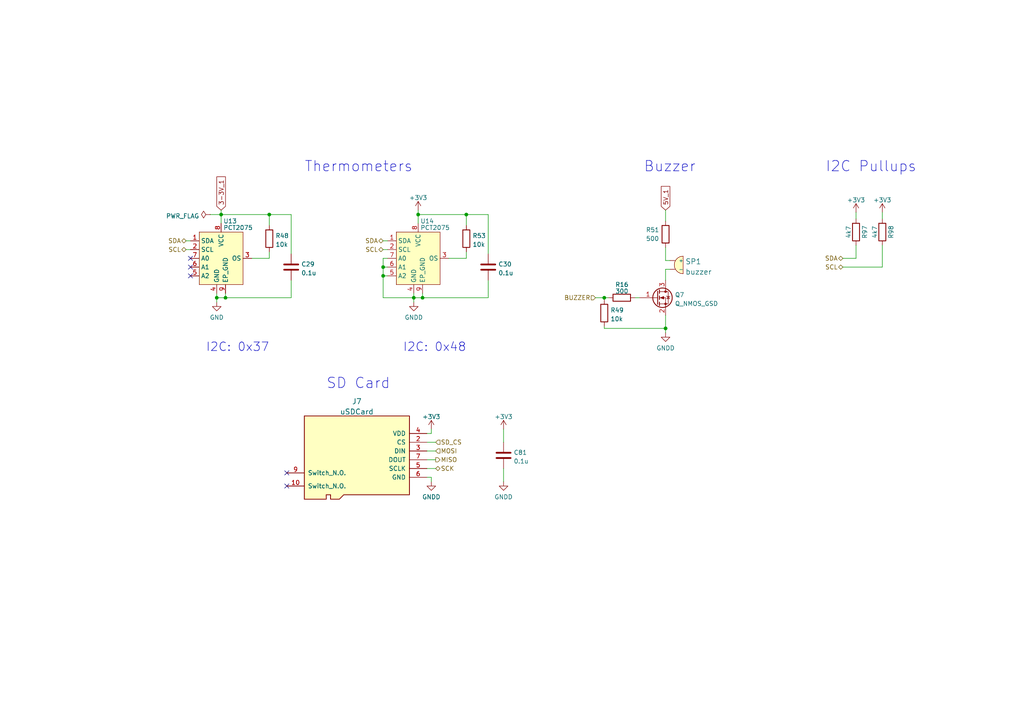
<source format=kicad_sch>
(kicad_sch (version 20230121) (generator eeschema)
  (paper "A4")
  (lib_symbols
    (symbol "0.power-symbols:+3.3V" (power) (pin_names (offset 0))
      (property "Value" "+3.3V" (at 0 3.556 0))
      (symbol "+3.3V_0_1"
        (polyline (pts (xy -0.762 1.27) (xy 0 2.54)))
        (polyline (pts (xy 0 0) (xy 0 2.54)))
        (polyline (pts (xy 0 2.54) (xy 0.762 1.27)))
      )
      (symbol "+3.3V_1_1"
        (pin power_in line (at 0 0 90) (length 0) hide (name "+3V3") (number "1"))
      )
    )
    (symbol "0.power-symbols:GND" (power) (pin_names (offset 0))
      (property "Value" "GND" (at 0 -3.81 0))
      (symbol "GND_0_1"
        (polyline (pts (xy 0 0) (xy 0 -1.27) (xy 1.27 -1.27) (xy 0 -2.54) (xy -1.27 -1.27) (xy 0 -1.27)))
      )
      (symbol "GND_1_1"
        (pin power_in line (at 0 0 270) (length 0) hide (name "GND") (number "1"))
      )
    )
    (symbol "0.power-symbols:GNDD" (power) (pin_names (offset 0))
      (property "Value" "GNDD" (at 0 -3.81 0))
      (symbol "GNDD_0_1"
        (polyline (pts (xy 0 0) (xy 0 -1.27) (xy 1.27 -1.27) (xy 0 -2.54) (xy -1.27 -1.27) (xy 0 -1.27)))
      )
      (symbol "GNDD_1_1"
        (pin power_in line (at 0 0 270) (length 0) hide (name "GNDD") (number "1"))
      )
    )
    (symbol "0.power-symbols:PWR_FLAG" (power) (pin_numbers hide) (pin_names (offset 0) hide)
      (property "Value" "PWR_FLAG" (at 0 3.81 0))
      (symbol "PWR_FLAG_0_0"
        (pin power_out line (at 0 0 90) (length 0) (name "pwr") (number "1"))
      )
      (symbol "PWR_FLAG_0_1"
        (polyline (pts (xy 0 0) (xy 0 1.27) (xy -1.016 1.905) (xy 0 2.54) (xy 1.016 1.905) (xy 0 1.27)))
      )
    )
    (symbol "1.semi.discrete:Q_NMOS_GSD" (pin_names (offset 0) hide)
      (property "Reference" "Q" (at 5.08 1.27 0))
      (property "Value" "Q_NMOS_GSD" (at 5.08 -1.27 0))
      (symbol "Q_NMOS_GSD_0_1"
        (polyline (pts (xy 0.0508 0) (xy 0.254 0)))
        (polyline (pts (xy 0.762 -1.778) (xy 2.54 -1.778)))
        (polyline (pts (xy 0.762 -1.27) (xy 0.762 -2.286)) (stroke (width 0.254)))
        (polyline (pts (xy 0.762 0) (xy 2.54 0)))
        (polyline (pts (xy 0.762 0.508) (xy 0.762 -0.508)) (stroke (width 0.254)))
        (polyline (pts (xy 0.762 1.778) (xy 2.54 1.778)))
        (polyline (pts (xy 0.762 2.286) (xy 0.762 1.27)) (stroke (width 0.254)))
        (polyline (pts (xy 2.54 -1.778) (xy 2.54 -2.54)))
        (polyline (pts (xy 2.54 -1.778) (xy 2.54 0)))
        (polyline (pts (xy 2.54 2.54) (xy 2.54 1.778)))
        (polyline (pts (xy 0.254 1.905) (xy 0.254 -1.905) (xy 0.254 -1.905)) (stroke (width 0.254)))
        (polyline (pts (xy 1.016 0) (xy 2.032 0.381) (xy 2.032 -0.381) (xy 1.016 0)) (fill (type outline)))
        (polyline (pts (xy 2.54 -1.778) (xy 3.302 -1.778) (xy 3.302 1.778) (xy 2.54 1.778)))
        (polyline (pts (xy 2.794 0.508) (xy 2.921 0.381) (xy 3.683 0.381) (xy 3.81 0.254)))
        (polyline (pts (xy 3.302 0.381) (xy 2.921 -0.254) (xy 3.683 -0.254) (xy 3.302 0.381)))
        (circle (center 1.651 0) (radius 2.8194) (stroke (width 0.254)))
        (circle (center 2.54 -1.778) (radius 0.2794) (fill (type outline)))
        (circle (center 2.54 1.778) (radius 0.2794) (fill (type outline)))
      )
      (symbol "Q_NMOS_GSD_1_1"
        (pin input line (at -5.08 0 0) (length 5.08) (name "G") (number "1"))
        (pin passive line (at 2.54 -5.08 90) (length 2.54) (name "S") (number "2"))
        (pin passive line (at 2.54 5.08 270) (length 2.54) (name "D") (number "3"))
      )
    )
    (symbol "1.semi.ic.sensor:PCT2075"
      (property "Reference" "U" (at 6.35 3.81 0))
      (property "Value" "PCT2075" (at 6.35 1.27 0))
      (symbol "PCT2075_0_1"
        (rectangle (start -6.35 0) (end 6.35 -15.24) (fill (type background)))
      )
      (symbol "PCT2075_1_1"
        (pin bidirectional line (at -8.89 -2.54 0) (length 2.54) (name "SDA") (number "1"))
        (pin input line (at -8.89 -5.08 0) (length 2.54) (name "SCL") (number "2"))
        (pin input line (at 8.89 -7.62 180) (length 2.54) (name "OS") (number "3"))
        (pin power_in line (at -1.27 -17.78 90) (length 2.54) (name "GND") (number "4"))
        (pin input line (at -8.89 -12.7 0) (length 2.54) (name "A2") (number "5"))
        (pin input line (at -8.89 -10.16 0) (length 2.54) (name "A1") (number "6"))
        (pin input line (at -8.89 -7.62 0) (length 2.54) (name "A0") (number "7"))
        (pin power_in line (at 0 2.54 270) (length 2.54) (name "VCC") (number "8"))
        (pin power_in line (at 1.27 -17.78 90) (length 2.54) (name "EP_GND") (number "9"))
      )
    )
    (symbol "2.passive:C" (pin_numbers hide) (pin_names (offset 0.254))
      (property "Reference" "C" (at 0.635 2.54 0))
      (property "Value" "C" (at 0.635 -2.54 0))
      (symbol "C_0_1"
        (polyline (pts (xy -2.032 -0.762) (xy 2.032 -0.762)) (stroke (width 0.508)))
        (polyline (pts (xy -2.032 0.762) (xy 2.032 0.762)) (stroke (width 0.508)))
      )
      (symbol "C_1_1"
        (pin passive line (at 0 3.81 270) (length 2.794) (name "~") (number "1"))
        (pin passive line (at 0 -3.81 90) (length 2.794) (name "~") (number "2"))
      )
    )
    (symbol "2.passive:R" (pin_numbers hide) (pin_names (offset 0))
      (property "Reference" "R" (at 2.032 0 90))
      (property "Value" "R" (at 0 0 90))
      (symbol "R_0_1"
        (rectangle (start -1.016 -2.54) (end 1.016 2.54) (stroke (width 0.254)))
      )
      (symbol "R_1_1"
        (pin passive line (at 0 3.81 270) (length 1.27) (name "~") (number "1"))
        (pin passive line (at 0 -3.81 90) (length 1.27) (name "~") (number "2"))
      )
    )
    (symbol "3.electromechanical.audio:buzzer" (pin_numbers hide) (pin_names (offset 1.016))
      (property "Reference" "SP" (at 0 5.08 0))
      (property "Value" "buzzer" (at 0 3.81 0))
      (symbol "buzzer_0_1"
        (arc (start -2.54 1.27) (mid 0 -1.259) (end 2.54 1.27) (fill (type background)))
        (polyline (pts (xy -2.54 1.27) (xy 2.54 1.27)))
      )
      (symbol "buzzer_1_1"
        (pin passive line (at -1.27 -2.54 90) (length 1.4986) (name "+") (number "1"))
        (pin passive line (at 1.27 -2.54 90) (length 1.4986) (name "-") (number "2"))
      )
    )
    (symbol "5.connector.interconnect.usb_dvi_hdmi:uSDCard" (pin_names (offset 1.016))
      (property "Reference" "J" (at -14.986 14.478 0))
      (property "Value" "uSDCard" (at -15.24 12.7 0))
      (symbol "uSDCard_0_1"
        (polyline (pts (xy -15.24 -5.08) (xy -15.24 -12.7) (xy -8.89 -12.7) (xy -8.89 -11.43) (xy -7.62 -11.43) (xy -7.62 -12.7) (xy -5.08 -12.7) (xy -3.81 -11.43) (xy 15.24 -11.43) (xy 15.24 11.43) (xy -15.24 11.43) (xy -15.24 -5.08)) (stroke (width 0.254)) (fill (type background)))
      )
      (symbol "uSDCard_1_1"
        (pin input line (at -20.32 -8.89 0) (length 5.08) (name "Switch_N.O.") (number "10"))
        (pin input line (at 20.32 3.81 180) (length 5.08) (name "CS") (number "2"))
        (pin input line (at 20.32 1.27 180) (length 5.08) (name "DIN") (number "3"))
        (pin power_in line (at 20.32 6.35 180) (length 5.08) (name "VDD") (number "4"))
        (pin input line (at 20.32 -3.81 180) (length 5.08) (name "SCLK") (number "5"))
        (pin power_in line (at 20.32 -6.35 180) (length 5.08) (name "GND") (number "6"))
        (pin output line (at 20.32 -1.27 180) (length 5.08) (name "DOUT") (number "7"))
        (pin input line (at -20.32 -5.08 0) (length 5.08) (name "Switch_N.O.") (number "9"))
      )
    )
  )
  (junction (at 120.015 86.36))
  (junction (at 111.125 77.47))
  (junction (at 175.26 86.36))
  (junction (at 122.555 86.36))
  (junction (at 135.255 62.23))
  (junction (at 111.125 80.01))
  (junction (at 64.135 62.23))
  (junction (at 121.285 62.23))
  (junction (at 78.105 62.23))
  (junction (at 193.04 95.25))
  (junction (at 62.865 86.36))
  (junction (at 65.405 86.36))
  (no_connect (at 55.245 80.01))
  (no_connect (at 55.245 74.93))
  (no_connect (at 83.185 140.97))
  (no_connect (at 83.185 137.16))
  (no_connect (at 55.245 77.47))
  (wire (pts (xy 248.285 61.595) (xy 248.285 63.5)))
  (wire (pts (xy 141.605 62.23) (xy 135.255 62.23)))
  (wire (pts (xy 123.825 135.89) (xy 126.365 135.89)))
  (wire (pts (xy 175.26 95.25) (xy 193.04 95.25)))
  (wire (pts (xy 112.395 74.93) (xy 111.125 74.93)))
  (wire (pts (xy 135.255 65.405) (xy 135.255 62.23)))
  (wire (pts (xy 135.255 74.93) (xy 135.255 73.025)))
  (wire (pts (xy 62.865 86.36) (xy 62.865 87.63)))
  (wire (pts (xy 193.04 78.105) (xy 194.31 78.105)))
  (wire (pts (xy 53.975 69.85) (xy 55.245 69.85)))
  (wire (pts (xy 73.025 74.93) (xy 78.105 74.93)))
  (wire (pts (xy 120.015 85.09) (xy 120.015 86.36)))
  (wire (pts (xy 121.285 60.96) (xy 121.285 62.23)))
  (wire (pts (xy 146.05 124.46) (xy 146.05 128.27)))
  (wire (pts (xy 244.475 77.47) (xy 255.905 77.47)))
  (wire (pts (xy 111.125 80.01) (xy 112.395 80.01)))
  (wire (pts (xy 111.125 72.39) (xy 112.395 72.39)))
  (wire (pts (xy 120.015 86.36) (xy 120.015 87.63)))
  (wire (pts (xy 123.825 130.81) (xy 126.365 130.81)))
  (wire (pts (xy 64.135 60.96) (xy 64.135 62.23)))
  (wire (pts (xy 193.04 95.25) (xy 193.04 96.52)))
  (wire (pts (xy 244.475 74.93) (xy 248.285 74.93)))
  (wire (pts (xy 111.125 77.47) (xy 112.395 77.47)))
  (wire (pts (xy 125.095 138.43) (xy 123.825 138.43)))
  (wire (pts (xy 111.125 80.01) (xy 111.125 86.36)))
  (wire (pts (xy 122.555 85.09) (xy 122.555 86.36)))
  (wire (pts (xy 111.125 74.93) (xy 111.125 77.47)))
  (wire (pts (xy 172.72 86.36) (xy 175.26 86.36)))
  (wire (pts (xy 193.04 91.44) (xy 193.04 95.25)))
  (wire (pts (xy 193.04 75.565) (xy 194.31 75.565)))
  (wire (pts (xy 65.405 86.36) (xy 62.865 86.36)))
  (wire (pts (xy 141.605 81.28) (xy 141.605 86.36)))
  (wire (pts (xy 175.26 86.36) (xy 176.53 86.36)))
  (wire (pts (xy 84.455 62.23) (xy 78.105 62.23)))
  (wire (pts (xy 141.605 86.36) (xy 122.555 86.36)))
  (wire (pts (xy 121.285 62.23) (xy 135.255 62.23)))
  (wire (pts (xy 111.125 69.85) (xy 112.395 69.85)))
  (wire (pts (xy 62.865 85.09) (xy 62.865 86.36)))
  (wire (pts (xy 121.285 62.23) (xy 121.285 64.77)))
  (wire (pts (xy 125.095 125.73) (xy 123.825 125.73)))
  (wire (pts (xy 123.825 133.35) (xy 126.365 133.35)))
  (wire (pts (xy 78.105 65.405) (xy 78.105 62.23)))
  (wire (pts (xy 111.125 77.47) (xy 111.125 80.01)))
  (wire (pts (xy 123.825 128.27) (xy 126.365 128.27)))
  (wire (pts (xy 184.15 86.36) (xy 185.42 86.36)))
  (wire (pts (xy 141.605 73.66) (xy 141.605 62.23)))
  (wire (pts (xy 255.905 61.595) (xy 255.905 63.5)))
  (wire (pts (xy 111.125 86.36) (xy 120.015 86.36)))
  (wire (pts (xy 193.04 71.755) (xy 193.04 75.565)))
  (wire (pts (xy 65.405 85.09) (xy 65.405 86.36)))
  (wire (pts (xy 60.96 62.23) (xy 64.135 62.23)))
  (wire (pts (xy 175.26 94.615) (xy 175.26 95.25)))
  (wire (pts (xy 125.095 124.46) (xy 125.095 125.73)))
  (wire (pts (xy 78.105 74.93) (xy 78.105 73.025)))
  (wire (pts (xy 122.555 86.36) (xy 120.015 86.36)))
  (wire (pts (xy 125.095 139.7) (xy 125.095 138.43)))
  (wire (pts (xy 193.04 60.96) (xy 193.04 64.135)))
  (wire (pts (xy 130.175 74.93) (xy 135.255 74.93)))
  (wire (pts (xy 146.05 135.89) (xy 146.05 139.7)))
  (wire (pts (xy 84.455 86.36) (xy 65.405 86.36)))
  (wire (pts (xy 84.455 81.28) (xy 84.455 86.36)))
  (wire (pts (xy 53.975 72.39) (xy 55.245 72.39)))
  (wire (pts (xy 255.905 71.12) (xy 255.905 77.47)))
  (wire (pts (xy 193.04 78.105) (xy 193.04 81.28)))
  (wire (pts (xy 84.455 73.66) (xy 84.455 62.23)))
  (wire (pts (xy 64.135 62.23) (xy 64.135 64.77)))
  (wire (pts (xy 248.285 71.12) (xy 248.285 74.93)))
  (wire (pts (xy 64.135 62.23) (xy 78.105 62.23)))
  (wire (pts (xy 175.26 86.36) (xy 175.26 86.995)))
  (text "I2C: 0x48\n" (at 116.84 102.235 0) (effects (font (size 2.4892 2.4892)) (justify left bottom)))
  (text "I2C Pullups" (at 239.395 50.165 0) (effects (font (size 3 3)) (justify left bottom)))
  (text "SD Card" (at 94.615 113.03 0) (effects (font (size 3 3)) (justify left bottom)))
  (text "I2C: 0x37\n" (at 59.69 102.235 0) (effects (font (size 2.4892 2.4892)) (justify left bottom)))
  (text "Thermometers" (at 88.265 50.165 0) (effects (font (size 3 3)) (justify left bottom)))
  (text "Buzzer\n" (at 186.69 50.165 0) (effects (font (size 3 3)) (justify left bottom)))
  (global_label "5V_1" (shape input) (at 193.04 60.96 90) (property "Intersheetrefs" "${INTERSHEET_REFS}" (effects hide)))
  (global_label "3-3V_1" (shape input) (at 64.135 60.96 90) (property "Intersheetrefs" "${INTERSHEET_REFS}" (effects hide)))
  (hierarchical_label "MOSI" (shape input) (at 126.365 130.81 0))
  (hierarchical_label "SCK" (shape bidirectional) (at 126.365 135.89 0))
  (hierarchical_label "SDA" (shape bidirectional) (at 244.475 74.93 180))
  (hierarchical_label "SDA" (shape bidirectional) (at 111.125 69.85 180))
  (hierarchical_label "SDA" (shape bidirectional) (at 53.975 69.85 180))
  (hierarchical_label "SCL" (shape bidirectional) (at 111.125 72.39 180))
  (hierarchical_label "SCL" (shape bidirectional) (at 244.475 77.47 180))
  (hierarchical_label "SD_CS" (shape input) (at 126.365 128.27 0))
  (hierarchical_label "SCL" (shape bidirectional) (at 53.975 72.39 180))
  (hierarchical_label "MISO" (shape output) (at 126.365 133.35 0))
  (hierarchical_label "BUZZER" (shape input) (at 172.72 86.36 180))
  (symbol (lib_id "2.passive:R") (at 193.04 67.945 0) (unit 1)
    (property "Reference" "R51" (at 187.325 66.6781 0) (effects (justify left)))
    (property "Value" "500" (at 187.325 69.215 0) (effects (justify left)))
    (property "Footprint" "2_Passives_Resistors_SMD_IPC:R_2012_805_B" (effects hide))
    (property "PN" "1,8" (effects hide))
  )
  (symbol (lib_id "5.connector.interconnect.usb_dvi_hdmi:uSDCard") (at 103.505 132.08 0) (unit 1)
    (property "Reference" "J7" (at 103.505 116.4389 0) (effects (font (size 1.524 1.524))))
    (property "Value" "uSDCard" (at 103.505 119.4323 0) (effects (font (size 1.524 1.524))))
    (property "Footprint" "5_Connectors_Molex:uSDCard_SD_503182_011" (effects hide))
    (property "Datasheet" "x-devonthink-item://89382DC3-A8BA-4AFE-B050-E9E1112677D4" (effects hide))
    (property "PN" "5,6" (effects hide))
  )
  (symbol (lib_id "1.semi.discrete:Q_NMOS_GSD") (at 190.5 86.36 0) (unit 1)
    (property "Reference" "Q7" (at 195.7324 85.5253 0) (effects (justify left)))
    (property "Value" "Q_NMOS_GSD" (at 195.7324 88.0622 0) (effects (justify left)))
    (property "Footprint" "1_Semi_TO_SOT:SOT-323FL" (effects hide))
    (property "PN" "4,11" (effects hide))
  )
  (symbol (lib_id "2.passive:C") (at 146.05 132.08 180) (unit 1)
    (property "Reference" "C81" (at 148.971 131.2453 0) (effects (justify right)))
    (property "Value" "0.1u" (at 148.971 133.7822 0) (effects (justify right)))
    (property "Footprint" "2_Passives_Capacitors_SMD_IPC:C_1608_603_B" (effects hide))
    (property "PN" "2,5" (effects hide))
  )
  (symbol (lib_id "0.power-symbols:+3.3V") (at 146.05 124.46 0) (unit 1)
    (property "Reference" "#PWR0159" (effects hide))
    (property "Value" "+3.3V" (at 146.05 120.8842 0))
  )
  (symbol (lib_id "0.power-symbols:+3.3V") (at 255.905 61.595 0) (unit 1)
    (property "Reference" "#PWR0164" (effects hide))
    (property "Value" "+3.3V" (at 255.905 58.0192 0))
  )
  (symbol (lib_id "1.semi.ic.sensor:PCT2075") (at 64.135 67.31 0) (unit 1)
    (property "Reference" "U13" (at 64.77 64.135 0) (effects (justify left)))
    (property "Value" "PCT2075" (at 64.77 66.04 0) (effects (justify left)))
    (property "Footprint" "1_Semi_Misc:PCT2075TP_147" (effects hide))
    (property "PN" "4,6" (effects hide))
  )
  (symbol (lib_id "0.power-symbols:+3.3V") (at 248.285 61.595 0) (unit 1)
    (property "Reference" "#PWR0165" (effects hide))
    (property "Value" "+3.3V" (at 248.285 58.0192 0))
  )
  (symbol (lib_id "0.power-symbols:+3.3V") (at 121.285 60.96 0) (unit 1)
    (property "Reference" "#PWR067" (effects hide))
    (property "Value" "+3.3V" (at 121.285 57.3555 0))
  )
  (symbol (lib_id "0.power-symbols:GNDD") (at 146.05 139.7 0) (unit 1)
    (property "Reference" "#PWR0160" (effects hide))
    (property "Value" "GNDD" (at 146.05 144.1434 0))
  )
  (symbol (lib_id "3.electromechanical.audio:buzzer") (at 196.85 76.835 270) (unit 1)
    (property "Reference" "SP1" (at 198.755 75.8588 90) (effects (font (size 1.524 1.524)) (justify left)))
    (property "Value" "buzzer" (at 198.755 78.8522 90) (effects (font (size 1.524 1.524)) (justify left)))
    (property "Footprint" "3_Electromechanical_Audio:13-9mm_Buzzer" (effects hide))
    (property "PN" "5,1" (effects hide))
  )
  (symbol (lib_id "2.passive:R") (at 255.905 67.31 180) (unit 1)
    (property "Reference" "R98" (at 258.445 67.31 90))
    (property "Value" "4k7" (at 253.7261 67.31 90))
    (property "Footprint" "2_Passives_Resistors_SMD_IPC:R_1608_603_B" (effects hide))
    (property "PN" "1,6" (effects hide))
  )
  (symbol (lib_id "2.passive:R") (at 78.105 69.215 180) (unit 1)
    (property "Reference" "R48" (at 79.883 68.3803 0) (effects (justify right)))
    (property "Value" "10k" (at 79.883 70.9172 0) (effects (justify right)))
    (property "Footprint" "2_Passives_Resistors_SMD_IPC:R_1608_603_B" (effects hide))
    (property "PN" "1,5" (effects hide))
  )
  (symbol (lib_id "0.power-symbols:GND") (at 62.865 87.63 0) (unit 1)
    (property "Reference" "#PWR0157" (effects hide))
    (property "Value" "GND" (at 62.865 92.0734 0))
  )
  (symbol (lib_id "2.passive:R") (at 175.26 90.805 180) (unit 1)
    (property "Reference" "R49" (at 177.038 89.9703 0) (effects (justify right)))
    (property "Value" "10k" (at 177.038 92.5072 0) (effects (justify right)))
    (property "Footprint" "2_Passives_Resistors_SMD_IPC:R_1608_603_B" (effects hide))
    (property "PN" "1,5" (effects hide))
  )
  (symbol (lib_id "0.power-symbols:+3.3V") (at 125.095 124.46 0) (unit 1)
    (property "Reference" "#PWR0121" (effects hide))
    (property "Value" "+3.3V" (at 125.095 120.8842 0))
  )
  (symbol (lib_id "0.power-symbols:GNDD") (at 120.015 87.63 0) (unit 1)
    (property "Reference" "#PWR030" (effects hide))
    (property "Value" "GNDD" (at 120.015 92.0734 0))
  )
  (symbol (lib_id "2.passive:C") (at 141.605 77.47 180) (unit 1)
    (property "Reference" "C30" (at 144.526 76.6353 0) (effects (justify right)))
    (property "Value" "0.1u" (at 144.526 79.1722 0) (effects (justify right)))
    (property "Footprint" "2_Passives_Capacitors_SMD_IPC:C_1608_603_B" (effects hide))
    (property "PN" "2,5" (effects hide))
  )
  (symbol (lib_id "2.passive:C") (at 84.455 77.47 180) (unit 1)
    (property "Reference" "C29" (at 87.376 76.6353 0) (effects (justify right)))
    (property "Value" "0.1u" (at 87.376 79.1722 0) (effects (justify right)))
    (property "Footprint" "2_Passives_Capacitors_SMD_IPC:C_1608_603_B" (effects hide))
    (property "PN" "2,5" (effects hide))
  )
  (symbol (lib_id "2.passive:R") (at 135.255 69.215 180) (unit 1)
    (property "Reference" "R53" (at 137.033 68.3803 0) (effects (justify right)))
    (property "Value" "10k" (at 137.033 70.9172 0) (effects (justify right)))
    (property "Footprint" "2_Passives_Resistors_SMD_IPC:R_1608_603_B" (effects hide))
    (property "PN" "1,5" (effects hide))
  )
  (symbol (lib_id "0.power-symbols:GNDD") (at 193.04 96.52 0) (unit 1)
    (property "Reference" "#PWR0126" (effects hide))
    (property "Value" "GNDD" (at 193.04 100.9634 0))
  )
  (symbol (lib_id "0.power-symbols:GNDD") (at 125.095 139.7 0) (unit 1)
    (property "Reference" "#PWR0122" (effects hide))
    (property "Value" "GNDD" (at 125.095 144.1434 0))
  )
  (symbol (lib_id "2.passive:R") (at 180.34 86.36 270) (unit 1)
    (property "Reference" "R16" (at 178.435 82.55 90) (effects (justify left)))
    (property "Value" "300" (at 178.435 84.455 90) (effects (justify left)))
    (property "Footprint" "2_Passives_Resistors_SMD_IPC:R_1608_603_B" (effects hide))
    (property "PN" "1,10" (effects hide))
    (instances (project "1.0" (path "" (reference "R16") (unit 1)) (path "" (reference "R25") (unit 1)) (path "" (reference "R63") (unit 1))))
  )
  (symbol (lib_id "0.power-symbols:PWR_FLAG") (at 60.96 62.23 90) (unit 1)
    (property "Reference" "#FLG0104" (effects hide))
    (property "Value" "PWR_FLAG" (at 57.7851 62.6638 90) (effects (justify left)))
  )
  (symbol (lib_id "1.semi.ic.sensor:PCT2075") (at 121.285 67.31 0) (unit 1)
    (property "Reference" "U14" (at 121.92 64.135 0) (effects (justify left)))
    (property "Value" "PCT2075" (at 121.92 66.04 0) (effects (justify left)))
    (property "Footprint" "1_Semi_Misc:PCT2075TP_147" (effects hide))
    (property "PN" "4,6" (effects hide))
  )
  (symbol (lib_id "2.passive:R") (at 248.285 67.31 180) (unit 1)
    (property "Reference" "R97" (at 250.825 67.31 90))
    (property "Value" "4k7" (at 246.1061 67.31 90))
    (property "Footprint" "2_Passives_Resistors_SMD_IPC:R_1608_603_B" (effects hide))
    (property "PN" "1,6" (effects hide))
  )
)
</source>
